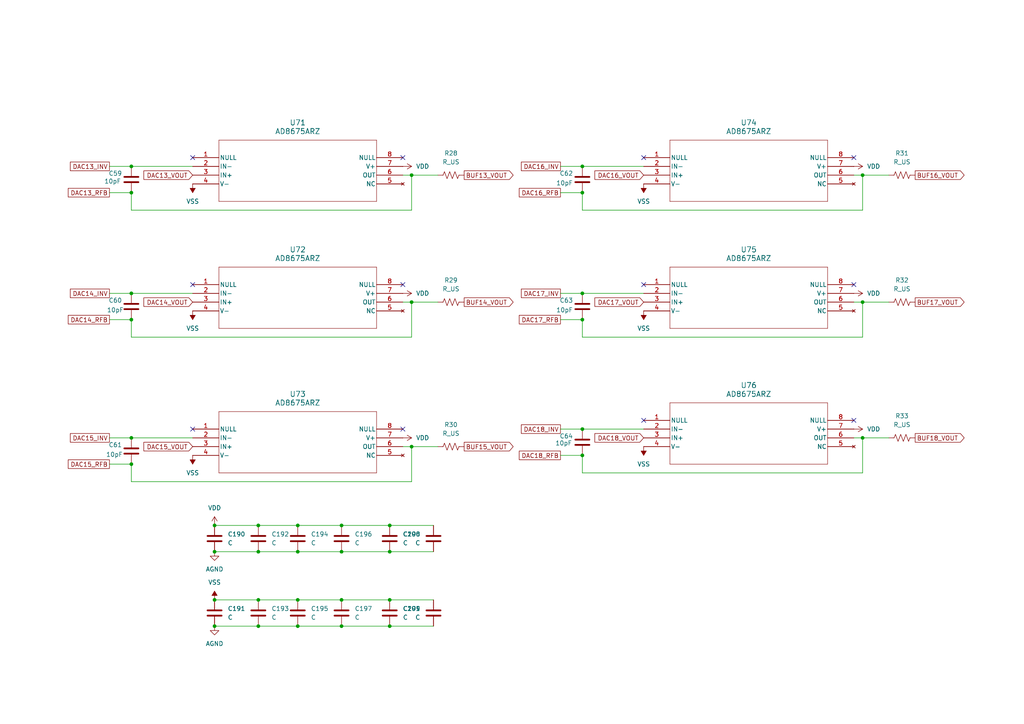
<source format=kicad_sch>
(kicad_sch (version 20250114) (generator "eeschema") (generator_version "9.0")
  (paper "A4")
  (lib_symbols
    (symbol "2025-11-19_01-14-20:AD8675ARZ" (pin_names (offset 0.254))
      (property "Reference" "U" (at 30.48 10.16 0))
      (property "Value" "AD8675ARZ" (at 30.48 7.62 0))
      (symbol "AD8675ARZ_0_1"
        (polyline (pts (xy 7.62 5.08) (xy 7.62 -12.7)) (stroke (width 0.127)))
        (polyline (pts (xy 7.62 -12.7) (xy 53.34 -12.7)) (stroke (width 0.127)))
        (polyline (pts (xy 53.34 5.08) (xy 7.62 5.08)) (stroke (width 0.127)))
        (polyline (pts (xy 53.34 -12.7) (xy 53.34 5.08)) (stroke (width 0.127)))
        (pin unspecified line (at 0 0 0) (length 7.62) (name "NULL") (number "1"))
        (pin input line (at 0 -2.54 0) (length 7.62) (name "IN-") (number "2"))
        (pin input line (at 0 -5.08 0) (length 7.62) (name "IN+") (number "3"))
        (pin power_in line (at 0 -7.62 0) (length 7.62) (name "V-") (number "4"))
        (pin unspecified line (at 60.96 0 180) (length 7.62) (name "NULL") (number "8"))
        (pin power_in line (at 60.96 -2.54 180) (length 7.62) (name "V+") (number "7"))
        (pin output line (at 60.96 -5.08 180) (length 7.62) (name "OUT") (number "6"))
        (pin no_connect line (at 60.96 -7.62 180) (length 7.62) (name "NC") (number "5"))
      )
    )
    (symbol "Device:C" (pin_numbers (hide yes)) (pin_names (offset 0.254))
      (property "Reference" "C" (at 0.635 2.54 0))
      (property "Value" "C" (at 0.635 -2.54 0))
      (symbol "C_0_1"
        (polyline (pts (xy -2.032 0.762) (xy 2.032 0.762)) (stroke (width 0.508)))
        (polyline (pts (xy -2.032 -0.762) (xy 2.032 -0.762)) (stroke (width 0.508)))
      )
      (symbol "C_1_1"
        (pin passive line (at 0 3.81 270) (length 2.794) (name "~") (number "1"))
        (pin passive line (at 0 -3.81 90) (length 2.794) (name "~") (number "2"))
      )
    )
    (symbol "Device:R_US" (pin_numbers (hide yes)) (pin_names (offset 0))
      (property "Reference" "R" (at 2.54 0 90))
      (property "Value" "R_US" (at -2.54 0 90))
      (symbol "R_US_0_1"
        (polyline (pts (xy 0 2.286) (xy 0 2.54)))
        (polyline (pts (xy 0 2.286) (xy 1.016 1.905) (xy 0 1.524) (xy -1.016 1.143) (xy 0 0.762)))
        (polyline (pts (xy 0 0.762) (xy 1.016 0.381) (xy 0 0) (xy -1.016 -0.381) (xy 0 -0.762)))
        (polyline (pts (xy 0 -0.762) (xy 1.016 -1.143) (xy 0 -1.524) (xy -1.016 -1.905) (xy 0 -2.286)))
        (polyline (pts (xy 0 -2.286) (xy 0 -2.54)))
      )
      (symbol "R_US_1_1"
        (pin passive line (at 0 3.81 270) (length 1.27) (name "~") (number "1"))
        (pin passive line (at 0 -3.81 90) (length 1.27) (name "~") (number "2"))
      )
    )
    (symbol "power:GND" (power) (pin_numbers (hide yes)) (pin_names (offset 0) (hide yes))
      (property "Value" "GND" (at 0 -3.81 0))
      (symbol "GND_0_1"
        (polyline (pts (xy 0 0) (xy 0 -1.27) (xy 1.27 -1.27) (xy 0 -2.54) (xy -1.27 -1.27) (xy 0 -1.27)))
      )
      (symbol "GND_1_1"
        (pin power_in line (at 0 0 270) (length 0) (name "~") (number "1"))
      )
    )
    (symbol "power:VDD" (power) (pin_numbers (hide yes)) (pin_names (offset 0) (hide yes))
      (property "Value" "VDD" (at 0 3.556 0))
      (symbol "VDD_0_1"
        (polyline (pts (xy -0.762 1.27) (xy 0 2.54)))
        (polyline (pts (xy 0 2.54) (xy 0.762 1.27)))
        (polyline (pts (xy 0 0) (xy 0 2.54)))
      )
      (symbol "VDD_1_1"
        (pin power_in line (at 0 0 90) (length 0) (name "~") (number "1"))
      )
    )
    (symbol "power:VSS" (power) (pin_numbers (hide yes)) (pin_names (offset 0) (hide yes))
      (property "Value" "VSS" (at 0 3.556 0))
      (symbol "VSS_0_1"
        (polyline (pts (xy 0 0) (xy 0 2.54)))
        (polyline (pts (xy 0.762 1.27) (xy -0.762 1.27) (xy 0 2.54) (xy 0.762 1.27)) (fill (type outline)))
      )
      (symbol "VSS_1_1"
        (pin power_in line (at 0 0 90) (length 0) (name "~") (number "1"))
      )
    )
  )
  (junction (at 168.91 85.09))
  (junction (at 168.91 132.08))
  (junction (at 168.91 124.46))
  (junction (at 119.38 50.8))
  (junction (at 62.23 173.99))
  (junction (at 99.06 152.4))
  (junction (at 62.23 181.61))
  (junction (at 119.38 87.63))
  (junction (at 86.36 160.02))
  (junction (at 38.1 92.71))
  (junction (at 74.93 181.61))
  (junction (at 38.1 127))
  (junction (at 99.06 181.61))
  (junction (at 62.23 160.02))
  (junction (at 74.93 160.02))
  (junction (at 119.38 129.54))
  (junction (at 38.1 85.09))
  (junction (at 86.36 173.99))
  (junction (at 38.1 48.26))
  (junction (at 113.03 152.4))
  (junction (at 86.36 181.61))
  (junction (at 168.91 92.71))
  (junction (at 86.36 152.4))
  (junction (at 99.06 160.02))
  (junction (at 74.93 152.4))
  (junction (at 113.03 160.02))
  (junction (at 250.19 87.63))
  (junction (at 62.23 152.4))
  (junction (at 250.19 127))
  (junction (at 250.19 50.8))
  (junction (at 74.93 173.99))
  (junction (at 168.91 55.88))
  (junction (at 38.1 55.88))
  (junction (at 38.1 134.62))
  (junction (at 113.03 181.61))
  (junction (at 99.06 173.99))
  (junction (at 168.91 48.26))
  (junction (at 113.03 173.99))
  (no_connect (at 55.88 45.72))
  (no_connect (at 116.84 45.72))
  (no_connect (at 247.65 82.55))
  (no_connect (at 186.69 82.55))
  (no_connect (at 55.88 124.46))
  (no_connect (at 116.84 124.46))
  (no_connect (at 55.88 82.55))
  (no_connect (at 186.69 121.92))
  (no_connect (at 116.84 82.55))
  (no_connect (at 247.65 121.92))
  (no_connect (at 186.69 45.72))
  (no_connect (at 247.65 45.72))
  (wire (pts (xy 31.75 92.71) (xy 38.1 92.71)))
  (wire (pts (xy 38.1 97.79) (xy 119.38 97.79)))
  (wire (pts (xy 250.19 87.63) (xy 257.81 87.63)))
  (wire (pts (xy 86.36 173.99) (xy 99.06 173.99)))
  (wire (pts (xy 119.38 139.7) (xy 119.38 129.54)))
  (wire (pts (xy 99.06 173.99) (xy 113.03 173.99)))
  (wire (pts (xy 31.75 85.09) (xy 38.1 85.09)))
  (wire (pts (xy 168.91 48.26) (xy 186.69 48.26)))
  (wire (pts (xy 168.91 60.96) (xy 250.19 60.96)))
  (wire (pts (xy 168.91 85.09) (xy 186.69 85.09)))
  (wire (pts (xy 31.75 55.88) (xy 38.1 55.88)))
  (wire (pts (xy 113.03 152.4) (xy 125.73 152.4)))
  (wire (pts (xy 74.93 181.61) (xy 86.36 181.61)))
  (wire (pts (xy 113.03 173.99) (xy 125.73 173.99)))
  (wire (pts (xy 99.06 152.4) (xy 113.03 152.4)))
  (wire (pts (xy 250.19 60.96) (xy 250.19 50.8)))
  (wire (pts (xy 74.93 160.02) (xy 86.36 160.02)))
  (wire (pts (xy 162.56 124.46) (xy 168.91 124.46)))
  (wire (pts (xy 162.56 92.71) (xy 168.91 92.71)))
  (wire (pts (xy 250.19 127) (xy 257.81 127)))
  (wire (pts (xy 250.19 97.79) (xy 250.19 87.63)))
  (wire (pts (xy 38.1 134.62) (xy 38.1 139.7)))
  (wire (pts (xy 62.23 173.99) (xy 74.93 173.99)))
  (wire (pts (xy 250.19 137.16) (xy 250.19 127)))
  (wire (pts (xy 62.23 160.02) (xy 74.93 160.02)))
  (wire (pts (xy 162.56 55.88) (xy 168.91 55.88)))
  (wire (pts (xy 38.1 48.26) (xy 55.88 48.26)))
  (wire (pts (xy 86.36 181.61) (xy 99.06 181.61)))
  (wire (pts (xy 86.36 160.02) (xy 99.06 160.02)))
  (wire (pts (xy 119.38 87.63) (xy 127 87.63)))
  (wire (pts (xy 250.19 127) (xy 247.65 127)))
  (wire (pts (xy 38.1 85.09) (xy 55.88 85.09)))
  (wire (pts (xy 162.56 132.08) (xy 168.91 132.08)))
  (wire (pts (xy 119.38 50.8) (xy 127 50.8)))
  (wire (pts (xy 62.23 152.4) (xy 74.93 152.4)))
  (wire (pts (xy 168.91 97.79) (xy 250.19 97.79)))
  (wire (pts (xy 168.91 124.46) (xy 186.69 124.46)))
  (wire (pts (xy 119.38 129.54) (xy 127 129.54)))
  (wire (pts (xy 99.06 181.61) (xy 113.03 181.61)))
  (wire (pts (xy 113.03 181.61) (xy 125.73 181.61)))
  (wire (pts (xy 62.23 181.61) (xy 74.93 181.61)))
  (wire (pts (xy 119.38 129.54) (xy 116.84 129.54)))
  (wire (pts (xy 119.38 97.79) (xy 119.38 87.63)))
  (wire (pts (xy 168.91 55.88) (xy 168.91 60.96)))
  (wire (pts (xy 162.56 48.26) (xy 168.91 48.26)))
  (wire (pts (xy 250.19 50.8) (xy 247.65 50.8)))
  (wire (pts (xy 31.75 127) (xy 38.1 127)))
  (wire (pts (xy 31.75 48.26) (xy 38.1 48.26)))
  (wire (pts (xy 250.19 87.63) (xy 247.65 87.63)))
  (wire (pts (xy 168.91 92.71) (xy 168.91 97.79)))
  (wire (pts (xy 119.38 87.63) (xy 116.84 87.63)))
  (wire (pts (xy 119.38 60.96) (xy 119.38 50.8)))
  (wire (pts (xy 74.93 173.99) (xy 86.36 173.99)))
  (wire (pts (xy 99.06 160.02) (xy 113.03 160.02)))
  (wire (pts (xy 250.19 50.8) (xy 257.81 50.8)))
  (wire (pts (xy 38.1 92.71) (xy 38.1 97.79)))
  (wire (pts (xy 162.56 85.09) (xy 168.91 85.09)))
  (wire (pts (xy 38.1 55.88) (xy 38.1 60.96)))
  (wire (pts (xy 113.03 160.02) (xy 125.73 160.02)))
  (wire (pts (xy 38.1 139.7) (xy 119.38 139.7)))
  (wire (pts (xy 119.38 50.8) (xy 116.84 50.8)))
  (wire (pts (xy 168.91 132.08) (xy 168.91 137.16)))
  (wire (pts (xy 38.1 127) (xy 55.88 127)))
  (wire (pts (xy 38.1 60.96) (xy 119.38 60.96)))
  (wire (pts (xy 86.36 152.4) (xy 99.06 152.4)))
  (wire (pts (xy 74.93 152.4) (xy 86.36 152.4)))
  (wire (pts (xy 31.75 134.62) (xy 38.1 134.62)))
  (wire (pts (xy 168.91 137.16) (xy 250.19 137.16)))
  (global_label "BUF17_VOUT" (shape output) (at 265.43 87.63 0) (property "Intersheetrefs" "${INTERSHEET_REFS}" (effects (hide yes))))
  (global_label "DAC13_RFB" (shape passive) (at 31.75 55.88 180) (property "Intersheetrefs" "${INTERSHEET_REFS}" (effects (hide yes))))
  (global_label "BUF18_VOUT" (shape output) (at 265.43 127 0) (property "Intersheetrefs" "${INTERSHEET_REFS}" (effects (hide yes))))
  (global_label "DAC15_VOUT" (shape input) (at 55.88 129.54 180) (property "Intersheetrefs" "${INTERSHEET_REFS}" (effects (hide yes))))
  (global_label "DAC18_INV" (shape passive) (at 162.56 124.46 180) (property "Intersheetrefs" "${INTERSHEET_REFS}" (effects (hide yes))))
  (global_label "DAC17_VOUT" (shape input) (at 186.69 87.63 180) (property "Intersheetrefs" "${INTERSHEET_REFS}" (effects (hide yes))))
  (global_label "BUF14_VOUT" (shape output) (at 134.62 87.63 0) (property "Intersheetrefs" "${INTERSHEET_REFS}" (effects (hide yes))))
  (global_label "DAC14_INV" (shape passive) (at 31.75 85.09 180) (property "Intersheetrefs" "${INTERSHEET_REFS}" (effects (hide yes))))
  (global_label "DAC17_RFB" (shape passive) (at 162.56 92.71 180) (property "Intersheetrefs" "${INTERSHEET_REFS}" (effects (hide yes))))
  (global_label "DAC18_VOUT" (shape input) (at 186.69 127 180) (property "Intersheetrefs" "${INTERSHEET_REFS}" (effects (hide yes))))
  (global_label "DAC17_INV" (shape passive) (at 162.56 85.09 180) (property "Intersheetrefs" "${INTERSHEET_REFS}" (effects (hide yes))))
  (global_label "DAC16_INV" (shape passive) (at 162.56 48.26 180) (property "Intersheetrefs" "${INTERSHEET_REFS}" (effects (hide yes))))
  (global_label "DAC16_RFB" (shape passive) (at 162.56 55.88 180) (property "Intersheetrefs" "${INTERSHEET_REFS}" (effects (hide yes))))
  (global_label "DAC16_VOUT" (shape input) (at 186.69 50.8 180) (property "Intersheetrefs" "${INTERSHEET_REFS}" (effects (hide yes))))
  (global_label "DAC14_RFB" (shape passive) (at 31.75 92.71 180) (property "Intersheetrefs" "${INTERSHEET_REFS}" (effects (hide yes))))
  (global_label "DAC13_INV" (shape passive) (at 31.75 48.26 180) (property "Intersheetrefs" "${INTERSHEET_REFS}" (effects (hide yes))))
  (global_label "BUF15_VOUT" (shape output) (at 134.62 129.54 0) (property "Intersheetrefs" "${INTERSHEET_REFS}" (effects (hide yes))))
  (global_label "DAC15_RFB" (shape passive) (at 31.75 134.62 180) (property "Intersheetrefs" "${INTERSHEET_REFS}" (effects (hide yes))))
  (global_label "BUF16_VOUT" (shape output) (at 265.43 50.8 0) (property "Intersheetrefs" "${INTERSHEET_REFS}" (effects (hide yes))))
  (global_label "DAC15_INV" (shape passive) (at 31.75 127 180) (property "Intersheetrefs" "${INTERSHEET_REFS}" (effects (hide yes))))
  (global_label "BUF13_VOUT" (shape output) (at 134.62 50.8 0) (property "Intersheetrefs" "${INTERSHEET_REFS}" (effects (hide yes))))
  (global_label "DAC13_VOUT" (shape input) (at 55.88 50.8 180) (property "Intersheetrefs" "${INTERSHEET_REFS}" (effects (hide yes))))
  (global_label "DAC14_VOUT" (shape input) (at 55.88 87.63 180) (property "Intersheetrefs" "${INTERSHEET_REFS}" (effects (hide yes))))
  (global_label "DAC18_RFB" (shape passive) (at 162.56 132.08 180) (property "Intersheetrefs" "${INTERSHEET_REFS}" (effects (hide yes))))
  (symbol (lib_id "power:VDD") (at 247.65 85.09 270) (unit 1)
    (property "Reference" "#PWR0253" (effects (hide yes)))
    (property "Value" "VDD" (at 251.46 85.0899 90) (effects (justify left)))
    (property "Description" "Power symbol creates a global label with name \"VDD\"" (effects (hide yes)))
  )
  (symbol (lib_id "Device:R_US") (at 130.81 87.63 90) (unit 1)
    (property "Reference" "R29" (at 130.81 81.28 90))
    (property "Value" "R_US" (at 130.81 83.82 90))
    (property "Footprint" "Resistor_SMD:R_0805_2012Metric" (effects (hide yes)))
    (property "Description" "Resistor, US symbol" (effects (hide yes)))
  )
  (symbol (lib_id "Device:C") (at 125.73 177.8 0) (mirror y) (unit 1)
    (property "Reference" "C201" (at 121.92 176.5299 0) (effects (justify left)))
    (property "Value" "C" (at 121.92 179.0699 0) (effects (justify left)))
    (property "Footprint" "Capacitor_SMD:C_0402_1005Metric_Pad0.74x0.62mm_HandSolder" (effects (hide yes)))
    (property "Description" "Unpolarized capacitor" (effects (hide yes)))
  )
  (symbol (lib_id "power:VDD") (at 247.65 48.26 270) (unit 1)
    (property "Reference" "#PWR0252" (effects (hide yes)))
    (property "Value" "VDD" (at 251.46 48.2599 90) (effects (justify left)))
    (property "Description" "Power symbol creates a global label with name \"VDD\"" (effects (hide yes)))
  )
  (symbol (lib_id "Device:C") (at 62.23 156.21 0) (unit 1)
    (property "Reference" "C190" (at 66.04 154.9399 0) (effects (justify left)))
    (property "Value" "C" (at 66.04 157.4799 0) (effects (justify left)))
    (property "Footprint" "Capacitor_SMD:C_0402_1005Metric_Pad0.74x0.62mm_HandSolder" (effects (hide yes)))
    (property "Description" "Unpolarized capacitor" (effects (hide yes)))
  )
  (symbol (lib_id "power:VSS") (at 62.23 173.99 0) (mirror y) (unit 1)
    (property "Reference" "#PWR0536" (effects (hide yes)))
    (property "Value" "VSS" (at 62.23 168.91 0))
    (property "Description" "Power symbol creates a global label with name \"VSS\"" (effects (hide yes)))
  )
  (symbol (lib_id "power:VSS") (at 55.88 90.17 0) (mirror x) (unit 1)
    (property "Reference" "#PWR0244" (effects (hide yes)))
    (property "Value" "VSS" (at 55.88 95.25 0))
    (property "Description" "Power symbol creates a global label with name \"VSS\"" (effects (hide yes)))
  )
  (symbol (lib_id "Device:C") (at 113.03 177.8 0) (unit 1)
    (property "Reference" "C199" (at 116.84 176.5299 0) (effects (justify left)))
    (property "Value" "C" (at 116.84 179.0699 0) (effects (justify left)))
    (property "Footprint" "Capacitor_SMD:C_0402_1005Metric_Pad0.74x0.62mm_HandSolder" (effects (hide yes)))
    (property "Description" "Unpolarized capacitor" (effects (hide yes)))
  )
  (symbol (lib_id "2025-11-19_01-14-20:AD8675ARZ") (at 186.69 82.55 0) (unit 1)
    (property "Reference" "U75" (at 217.17 72.39 0) (effects (font (size 1.524 1.524))))
    (property "Value" "AD8675ARZ" (at 217.17 74.93 0) (effects (font (size 1.524 1.524))))
    (property "Footprint" "Package_SO:SOIC-8_3.9x4.9mm_P1.27mm" (effects (hide yes)))
    (property "Datasheet" "https://www.analog.com/media/en/technical-documentation/data-sheets/AD8675.pdf" (effects (hide yes)))
  )
  (symbol (lib_id "2025-11-19_01-14-20:AD8675ARZ") (at 55.88 45.72 0) (unit 1)
    (property "Reference" "U71" (at 86.36 35.56 0) (effects (font (size 1.524 1.524))))
    (property "Value" "AD8675ARZ" (at 86.36 38.1 0) (effects (font (size 1.524 1.524))))
    (property "Footprint" "Package_SO:SOIC-8_3.9x4.9mm_P1.27mm" (effects (hide yes)))
    (property "Datasheet" "https://www.analog.com/media/en/technical-documentation/data-sheets/AD8675.pdf" (effects (hide yes)))
  )
  (symbol (lib_id "Device:R_US") (at 261.62 50.8 90) (unit 1)
    (property "Reference" "R31" (at 261.62 44.45 90))
    (property "Value" "R_US" (at 261.62 46.99 90))
    (property "Footprint" "Resistor_SMD:R_0805_2012Metric" (effects (hide yes)))
    (property "Description" "Resistor, US symbol" (effects (hide yes)))
  )
  (symbol (lib_id "2025-11-19_01-14-20:AD8675ARZ") (at 186.69 45.72 0) (unit 1)
    (property "Reference" "U74" (at 217.17 35.56 0) (effects (font (size 1.524 1.524))))
    (property "Value" "AD8675ARZ" (at 217.17 38.1 0) (effects (font (size 1.524 1.524))))
    (property "Footprint" "Package_SO:SOIC-8_3.9x4.9mm_P1.27mm" (effects (hide yes)))
    (property "Datasheet" "https://www.analog.com/media/en/technical-documentation/data-sheets/AD8675.pdf" (effects (hide yes)))
  )
  (symbol (lib_id "Device:R_US") (at 130.81 129.54 90) (unit 1)
    (property "Reference" "R30" (at 130.81 123.19 90))
    (property "Value" "R_US" (at 130.81 125.73 90))
    (property "Footprint" "Resistor_SMD:R_0805_2012Metric" (effects (hide yes)))
    (property "Description" "Resistor, US symbol" (effects (hide yes)))
  )
  (symbol (lib_id "Device:R_US") (at 130.81 50.8 90) (unit 1)
    (property "Reference" "R28" (at 130.81 44.45 90))
    (property "Value" "R_US" (at 130.81 46.99 90))
    (property "Footprint" "Resistor_SMD:R_0805_2012Metric" (effects (hide yes)))
    (property "Description" "Resistor, US symbol" (effects (hide yes)))
  )
  (symbol (lib_id "power:VDD") (at 62.23 152.4 0) (unit 1)
    (property "Reference" "#PWR0534" (effects (hide yes)))
    (property "Value" "VDD" (at 62.23 147.32 0))
    (property "Description" "Power symbol creates a global label with name \"VDD\"" (effects (hide yes)))
  )
  (symbol (lib_id "power:VSS") (at 55.88 132.08 0) (mirror x) (unit 1)
    (property "Reference" "#PWR0245" (effects (hide yes)))
    (property "Value" "VSS" (at 55.88 137.16 0))
    (property "Description" "Power symbol creates a global label with name \"VSS\"" (effects (hide yes)))
  )
  (symbol (lib_id "Device:C") (at 74.93 177.8 0) (unit 1)
    (property "Reference" "C193" (at 78.74 176.5299 0) (effects (justify left)))
    (property "Value" "C" (at 78.74 179.0699 0) (effects (justify left)))
    (property "Footprint" "Capacitor_SMD:C_0402_1005Metric_Pad0.74x0.62mm_HandSolder" (effects (hide yes)))
    (property "Description" "Unpolarized capacitor" (effects (hide yes)))
  )
  (symbol (lib_id "power:VSS") (at 186.69 129.54 0) (mirror x) (unit 1)
    (property "Reference" "#PWR0251" (effects (hide yes)))
    (property "Value" "VSS" (at 186.69 134.62 0))
    (property "Description" "Power symbol creates a global label with name \"VSS\"" (effects (hide yes)))
  )
  (symbol (lib_id "Device:C") (at 168.91 52.07 0) (unit 1)
    (property "Reference" "C62" (at 162.306 50.292 0) (effects (justify left)))
    (property "Value" "10pF" (at 161.29 53.086 0) (effects (justify left)))
    (property "Footprint" "Capacitor_SMD:C_0603_1608Metric_Pad1.08x0.95mm_HandSolder" (effects (hide yes)))
    (property "Description" "Unpolarized capacitor" (effects (hide yes)))
  )
  (symbol (lib_id "Device:C") (at 125.73 156.21 0) (mirror y) (unit 1)
    (property "Reference" "C200" (at 121.92 154.9399 0) (effects (justify left)))
    (property "Value" "C" (at 121.92 157.4799 0) (effects (justify left)))
    (property "Footprint" "Capacitor_SMD:C_0402_1005Metric_Pad0.74x0.62mm_HandSolder" (effects (hide yes)))
    (property "Description" "Unpolarized capacitor" (effects (hide yes)))
  )
  (symbol (lib_id "Device:C") (at 38.1 130.81 0) (unit 1)
    (property "Reference" "C61" (at 31.496 129.032 0) (effects (justify left)))
    (property "Value" "10pF" (at 30.734 131.826 0) (effects (justify left)))
    (property "Footprint" "Capacitor_SMD:C_0603_1608Metric_Pad1.08x0.95mm_HandSolder" (effects (hide yes)))
    (property "Description" "Unpolarized capacitor" (effects (hide yes)))
  )
  (symbol (lib_id "Device:R_US") (at 261.62 87.63 90) (unit 1)
    (property "Reference" "R32" (at 261.62 81.28 90))
    (property "Value" "R_US" (at 261.62 83.82 90))
    (property "Footprint" "Resistor_SMD:R_0805_2012Metric" (effects (hide yes)))
    (property "Description" "Resistor, US symbol" (effects (hide yes)))
  )
  (symbol (lib_id "power:VSS") (at 186.69 53.34 0) (mirror x) (unit 1)
    (property "Reference" "#PWR0249" (effects (hide yes)))
    (property "Value" "VSS" (at 186.69 58.42 0))
    (property "Description" "Power symbol creates a global label with name \"VSS\"" (effects (hide yes)))
  )
  (symbol (lib_id "Device:C") (at 86.36 156.21 0) (unit 1)
    (property "Reference" "C194" (at 90.17 154.9399 0) (effects (justify left)))
    (property "Value" "C" (at 90.17 157.4799 0) (effects (justify left)))
    (property "Footprint" "Capacitor_SMD:C_0402_1005Metric_Pad0.74x0.62mm_HandSolder" (effects (hide yes)))
    (property "Description" "Unpolarized capacitor" (effects (hide yes)))
  )
  (symbol (lib_id "Device:C") (at 113.03 156.21 0) (unit 1)
    (property "Reference" "C198" (at 116.84 154.9399 0) (effects (justify left)))
    (property "Value" "C" (at 116.84 157.4799 0) (effects (justify left)))
    (property "Footprint" "Capacitor_SMD:C_0402_1005Metric_Pad0.74x0.62mm_HandSolder" (effects (hide yes)))
    (property "Description" "Unpolarized capacitor" (effects (hide yes)))
  )
  (symbol (lib_id "Device:C") (at 99.06 156.21 0) (unit 1)
    (property "Reference" "C196" (at 102.87 154.9399 0) (effects (justify left)))
    (property "Value" "C" (at 102.87 157.4799 0) (effects (justify left)))
    (property "Footprint" "Capacitor_SMD:C_0402_1005Metric_Pad0.74x0.62mm_HandSolder" (effects (hide yes)))
    (property "Description" "Unpolarized capacitor" (effects (hide yes)))
  )
  (symbol (lib_id "power:VSS") (at 186.69 90.17 0) (mirror x) (unit 1)
    (property "Reference" "#PWR0250" (effects (hide yes)))
    (property "Value" "VSS" (at 186.69 95.25 0))
    (property "Description" "Power symbol creates a global label with name \"VSS\"" (effects (hide yes)))
  )
  (symbol (lib_id "Device:C") (at 38.1 88.9 0) (unit 1)
    (property "Reference" "C60" (at 31.496 87.122 0) (effects (justify left)))
    (property "Value" "10pF" (at 30.988 89.916 0) (effects (justify left)))
    (property "Footprint" "Capacitor_SMD:C_0603_1608Metric_Pad1.08x0.95mm_HandSolder" (effects (hide yes)))
    (property "Description" "Unpolarized capacitor" (effects (hide yes)))
  )
  (symbol (lib_id "Device:C") (at 99.06 177.8 0) (unit 1)
    (property "Reference" "C197" (at 102.87 176.5299 0) (effects (justify left)))
    (property "Value" "C" (at 102.87 179.0699 0) (effects (justify left)))
    (property "Footprint" "Capacitor_SMD:C_0402_1005Metric_Pad0.74x0.62mm_HandSolder" (effects (hide yes)))
    (property "Description" "Unpolarized capacitor" (effects (hide yes)))
  )
  (symbol (lib_id "power:VDD") (at 116.84 85.09 270) (unit 1)
    (property "Reference" "#PWR0247" (effects (hide yes)))
    (property "Value" "VDD" (at 120.65 85.0899 90) (effects (justify left)))
    (property "Description" "Power symbol creates a global label with name \"VDD\"" (effects (hide yes)))
  )
  (symbol (lib_id "power:VDD") (at 116.84 127 270) (unit 1)
    (property "Reference" "#PWR0248" (effects (hide yes)))
    (property "Value" "VDD" (at 120.65 126.9999 90) (effects (justify left)))
    (property "Description" "Power symbol creates a global label with name \"VDD\"" (effects (hide yes)))
  )
  (symbol (lib_id "power:GND") (at 62.23 181.61 0) (unit 1)
    (property "Reference" "#PWR0537" (effects (hide yes)))
    (property "Value" "AGND" (at 62.23 186.69 0))
    (property "Description" "Power symbol creates a global label with name \"GND\" , ground" (effects (hide yes)))
  )
  (symbol (lib_id "power:GND") (at 62.23 160.02 0) (unit 1)
    (property "Reference" "#PWR0535" (effects (hide yes)))
    (property "Value" "AGND" (at 62.23 165.1 0))
    (property "Description" "Power symbol creates a global label with name \"GND\" , ground" (effects (hide yes)))
  )
  (symbol (lib_id "2025-11-19_01-14-20:AD8675ARZ") (at 55.88 124.46 0) (unit 1)
    (property "Reference" "U73" (at 86.36 114.3 0) (effects (font (size 1.524 1.524))))
    (property "Value" "AD8675ARZ" (at 86.36 116.84 0) (effects (font (size 1.524 1.524))))
    (property "Footprint" "Package_SO:SOIC-8_3.9x4.9mm_P1.27mm" (effects (hide yes)))
    (property "Datasheet" "https://www.analog.com/media/en/technical-documentation/data-sheets/AD8675.pdf" (effects (hide yes)))
  )
  (symbol (lib_id "Device:C") (at 168.91 128.27 0) (unit 1)
    (property "Reference" "C64" (at 162.306 126.492 0) (effects (justify left)))
    (property "Value" "10pF" (at 161.036 128.524 0) (effects (justify left)))
    (property "Footprint" "Capacitor_SMD:C_0603_1608Metric_Pad1.08x0.95mm_HandSolder" (effects (hide yes)))
    (property "Description" "Unpolarized capacitor" (effects (hide yes)))
  )
  (symbol (lib_id "Device:C") (at 62.23 177.8 0) (unit 1)
    (property "Reference" "C191" (at 66.04 176.5299 0) (effects (justify left)))
    (property "Value" "C" (at 66.04 179.0699 0) (effects (justify left)))
    (property "Footprint" "Capacitor_SMD:C_0402_1005Metric_Pad0.74x0.62mm_HandSolder" (effects (hide yes)))
    (property "Description" "Unpolarized capacitor" (effects (hide yes)))
  )
  (symbol (lib_id "2025-11-19_01-14-20:AD8675ARZ") (at 186.69 121.92 0) (unit 1)
    (property "Reference" "U76" (at 217.17 111.76 0) (effects (font (size 1.524 1.524))))
    (property "Value" "AD8675ARZ" (at 217.17 114.3 0) (effects (font (size 1.524 1.524))))
    (property "Footprint" "Package_SO:SOIC-8_3.9x4.9mm_P1.27mm" (effects (hide yes)))
    (property "Datasheet" "https://www.analog.com/media/en/technical-documentation/data-sheets/AD8675.pdf" (effects (hide yes)))
  )
  (symbol (lib_id "power:VDD") (at 247.65 124.46 270) (unit 1)
    (property "Reference" "#PWR0254" (effects (hide yes)))
    (property "Value" "VDD" (at 251.46 124.4599 90) (effects (justify left)))
    (property "Description" "Power symbol creates a global label with name \"VDD\"" (effects (hide yes)))
  )
  (symbol (lib_id "Device:C") (at 74.93 156.21 0) (unit 1)
    (property "Reference" "C192" (at 78.74 154.9399 0) (effects (justify left)))
    (property "Value" "C" (at 78.74 157.4799 0) (effects (justify left)))
    (property "Footprint" "Capacitor_SMD:C_0402_1005Metric_Pad0.74x0.62mm_HandSolder" (effects (hide yes)))
    (property "Description" "Unpolarized capacitor" (effects (hide yes)))
  )
  (symbol (lib_id "Device:R_US") (at 261.62 127 90) (unit 1)
    (property "Reference" "R33" (at 261.62 120.65 90))
    (property "Value" "R_US" (at 261.62 123.19 90))
    (property "Footprint" "Resistor_SMD:R_0805_2012Metric" (effects (hide yes)))
    (property "Description" "Resistor, US symbol" (effects (hide yes)))
  )
  (symbol (lib_id "Device:C") (at 86.36 177.8 0) (unit 1)
    (property "Reference" "C195" (at 90.17 176.5299 0) (effects (justify left)))
    (property "Value" "C" (at 90.17 179.0699 0) (effects (justify left)))
    (property "Footprint" "Capacitor_SMD:C_0402_1005Metric_Pad0.74x0.62mm_HandSolder" (effects (hide yes)))
    (property "Description" "Unpolarized capacitor" (effects (hide yes)))
  )
  (symbol (lib_id "Device:C") (at 168.91 88.9 0) (unit 1)
    (property "Reference" "C63" (at 162.306 87.122 0) (effects (justify left)))
    (property "Value" "10pF" (at 161.29 89.916 0) (effects (justify left)))
    (property "Footprint" "Capacitor_SMD:C_0603_1608Metric_Pad1.08x0.95mm_HandSolder" (effects (hide yes)))
    (property "Description" "Unpolarized capacitor" (effects (hide yes)))
  )
  (symbol (lib_id "Device:C") (at 38.1 52.07 0) (unit 1)
    (property "Reference" "C59" (at 31.496 50.292 0) (effects (justify left)))
    (property "Value" "10pF" (at 30.226 52.578 0) (effects (justify left)))
    (property "Footprint" "Capacitor_SMD:C_0603_1608Metric_Pad1.08x0.95mm_HandSolder" (effects (hide yes)))
    (property "Description" "Unpolarized capacitor" (effects (hide yes)))
  )
  (symbol (lib_id "2025-11-19_01-14-20:AD8675ARZ") (at 55.88 82.55 0) (unit 1)
    (property "Reference" "U72" (at 86.36 72.39 0) (effects (font (size 1.524 1.524))))
    (property "Value" "AD8675ARZ" (at 86.36 74.93 0) (effects (font (size 1.524 1.524))))
    (property "Footprint" "Package_SO:SOIC-8_3.9x4.9mm_P1.27mm" (effects (hide yes)))
    (property "Datasheet" "https://www.analog.com/media/en/technical-documentation/data-sheets/AD8675.pdf" (effects (hide yes)))
  )
  (symbol (lib_id "power:VSS") (at 55.88 53.34 0) (mirror x) (unit 1)
    (property "Reference" "#PWR0243" (effects (hide yes)))
    (property "Value" "VSS" (at 55.88 58.42 0))
    (property "Description" "Power symbol creates a global label with name \"VSS\"" (effects (hide yes)))
  )
  (symbol (lib_id "power:VDD") (at 116.84 48.26 270) (unit 1)
    (property "Reference" "#PWR0246" (effects (hide yes)))
    (property "Value" "VDD" (at 120.65 48.2599 90) (effects (justify left)))
    (property "Description" "Power symbol creates a global label with name \"VDD\"" (effects (hide yes)))
  )
)
</source>
